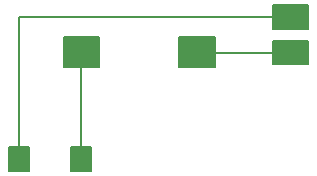
<source format=gbr>
%TF.GenerationSoftware,KiCad,Pcbnew,8.0.5*%
%TF.CreationDate,2024-10-23T20:51:02+01:00*%
%TF.ProjectId,DTC-690 Light,4454432d-3639-4302-904c-696768742e6b,0.2*%
%TF.SameCoordinates,Original*%
%TF.FileFunction,Copper,L2,Bot*%
%TF.FilePolarity,Positive*%
%FSLAX46Y46*%
G04 Gerber Fmt 4.6, Leading zero omitted, Abs format (unit mm)*
G04 Created by KiCad (PCBNEW 8.0.5) date 2024-10-23 20:51:02*
%MOMM*%
%LPD*%
G01*
G04 APERTURE LIST*
%TA.AperFunction,NonConductor*%
%ADD10C,0.200000*%
%TD*%
G04 APERTURE END LIST*
D10*
X91200000Y-83700000D02*
X94200000Y-83700000D01*
X94200000Y-86200000D01*
X91200000Y-86200000D01*
X91200000Y-83700000D01*
%TA.AperFunction,NonConductor*%
G36*
X91200000Y-83700000D02*
G01*
X94200000Y-83700000D01*
X94200000Y-86200000D01*
X91200000Y-86200000D01*
X91200000Y-83700000D01*
G37*
%TD.AperFunction*%
X108900000Y-81000000D02*
X111900000Y-81000000D01*
X111900000Y-83000000D01*
X108900000Y-83000000D01*
X108900000Y-81000000D01*
%TA.AperFunction,NonConductor*%
G36*
X108900000Y-81000000D02*
G01*
X111900000Y-81000000D01*
X111900000Y-83000000D01*
X108900000Y-83000000D01*
X108900000Y-81000000D01*
G37*
%TD.AperFunction*%
X92700000Y-85150000D02*
X92700000Y-94050000D01*
X101000000Y-83700000D02*
X104000000Y-83700000D01*
X104000000Y-86200000D01*
X101000000Y-86200000D01*
X101000000Y-83700000D01*
%TA.AperFunction,NonConductor*%
G36*
X101000000Y-83700000D02*
G01*
X104000000Y-83700000D01*
X104000000Y-86200000D01*
X101000000Y-86200000D01*
X101000000Y-83700000D01*
G37*
%TD.AperFunction*%
X86550000Y-93000000D02*
X88250000Y-93000000D01*
X88250000Y-95000000D01*
X86550000Y-95000000D01*
X86550000Y-93000000D01*
%TA.AperFunction,NonConductor*%
G36*
X86550000Y-93000000D02*
G01*
X88250000Y-93000000D01*
X88250000Y-95000000D01*
X86550000Y-95000000D01*
X86550000Y-93000000D01*
G37*
%TD.AperFunction*%
X91800000Y-93000000D02*
X93500000Y-93000000D01*
X93500000Y-95000000D01*
X91800000Y-95000000D01*
X91800000Y-93000000D01*
%TA.AperFunction,NonConductor*%
G36*
X91800000Y-93000000D02*
G01*
X93500000Y-93000000D01*
X93500000Y-95000000D01*
X91800000Y-95000000D01*
X91800000Y-93000000D01*
G37*
%TD.AperFunction*%
X103100000Y-85000000D02*
X110350000Y-85000000D01*
X87400000Y-82000000D02*
X110500000Y-82000000D01*
X87400000Y-82000000D02*
X87400000Y-94050000D01*
X108900000Y-84000000D02*
X111900000Y-84000000D01*
X111900000Y-86000000D01*
X108900000Y-86000000D01*
X108900000Y-84000000D01*
%TA.AperFunction,NonConductor*%
G36*
X108900000Y-84000000D02*
G01*
X111900000Y-84000000D01*
X111900000Y-86000000D01*
X108900000Y-86000000D01*
X108900000Y-84000000D01*
G37*
%TD.AperFunction*%
M02*

</source>
